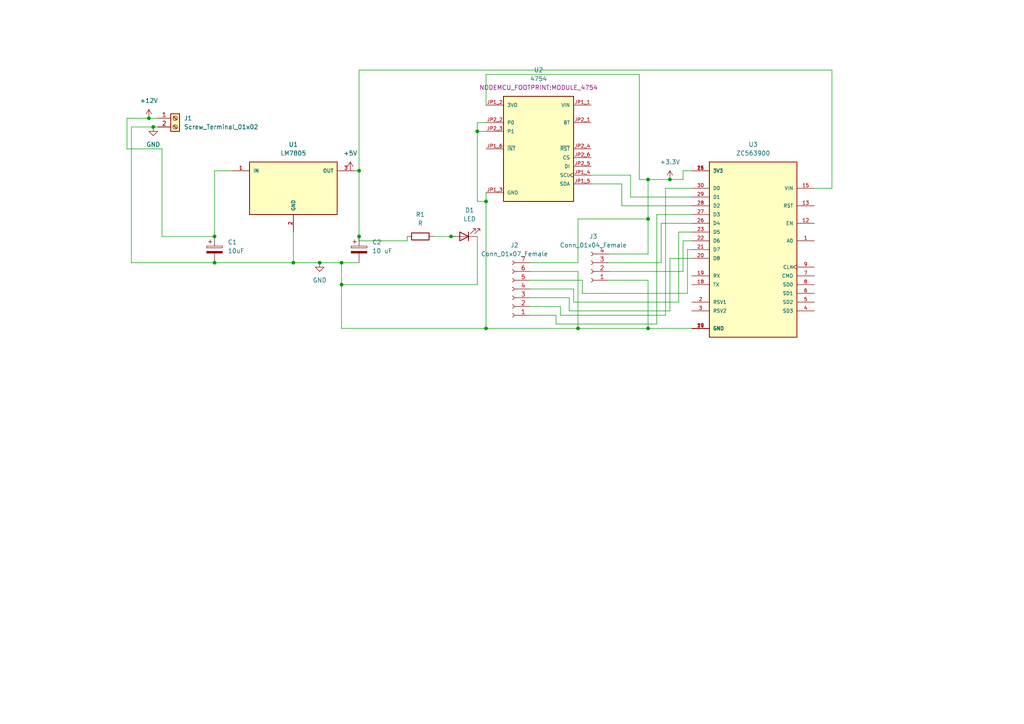
<source format=kicad_sch>
(kicad_sch (version 20211123) (generator eeschema)
  (paper "A4")
  (lib_symbols
    (symbol "4754:4754" (pin_names (offset 1.016))
      (property "Reference" "U" (at -10.16 16.002 0))
      (property "Value" "4754" (at -10.16 -17.78 0))
      (symbol "4754_0_0"
        (rectangle (start -10.16 -15.24) (end 10.16 15.24) (stroke (width 0.254)) (fill (type background)))
        (pin input line (at -15.24 12.7 0) (length 5.08) (name "VIN") (number "JP1_1"))
        (pin output line (at 15.24 12.7 180) (length 5.08) (name "3VO") (number "JP1_2"))
        (pin power_in line (at 15.24 -12.7 180) (length 5.08) (name "GND") (number "JP1_3"))
        (pin bidirectional clock (at -15.24 -7.62 0) (length 5.08) (name "SCL") (number "JP1_4"))
        (pin bidirectional line (at -15.24 -10.16 0) (length 5.08) (name "SDA") (number "JP1_5"))
        (pin output line (at 15.24 0 180) (length 5.08) (name "~{INT}") (number "JP1_6"))
        (pin input line (at -15.24 7.62 0) (length 5.08) (name "BT") (number "JP2_1"))
        (pin bidirectional line (at 15.24 7.62 180) (length 5.08) (name "P0") (number "JP2_2"))
        (pin bidirectional line (at 15.24 5.08 180) (length 5.08) (name "P1") (number "JP2_3"))
        (pin input line (at -15.24 0 0) (length 5.08) (name "~{RST}") (number "JP2_4"))
        (pin input line (at -15.24 -5.08 0) (length 5.08) (name "DI") (number "JP2_5"))
        (pin input line (at -15.24 -2.54 0) (length 5.08) (name "CS") (number "JP2_6"))
      )
    )
    (symbol "Connector:Conn_01x04_Female" (pin_names (offset 1.016) hide)
      (property "Reference" "J" (at 0 5.08 0))
      (property "Value" "Conn_01x04_Female" (at 0 -7.62 0))
      (symbol "Conn_01x04_Female_1_1"
        (arc (start 0 -4.572) (mid -0.508 -5.08) (end 0 -5.588) (stroke (width 0.1524)))
        (arc (start 0 -2.032) (mid -0.508 -2.54) (end 0 -3.048) (stroke (width 0.1524)))
        (polyline (pts (xy -1.27 -5.08) (xy -0.508 -5.08)) (stroke (width 0.1524)))
        (polyline (pts (xy -1.27 -2.54) (xy -0.508 -2.54)) (stroke (width 0.1524)))
        (polyline (pts (xy -1.27 0) (xy -0.508 0)) (stroke (width 0.1524)))
        (polyline (pts (xy -1.27 2.54) (xy -0.508 2.54)) (stroke (width 0.1524)))
        (arc (start 0 0.508) (mid -0.508 0) (end 0 -0.508) (stroke (width 0.1524)))
        (arc (start 0 3.048) (mid -0.508 2.54) (end 0 2.032) (stroke (width 0.1524)))
        (pin passive line (at -5.08 2.54 0) (length 3.81) (name "Pin_1") (number "1"))
        (pin passive line (at -5.08 0 0) (length 3.81) (name "Pin_2") (number "2"))
        (pin passive line (at -5.08 -2.54 0) (length 3.81) (name "Pin_3") (number "3"))
        (pin passive line (at -5.08 -5.08 0) (length 3.81) (name "Pin_4") (number "4"))
      )
    )
    (symbol "Connector:Conn_01x07_Female" (pin_names (offset 1.016) hide)
      (property "Reference" "J" (at 0 10.16 0))
      (property "Value" "Conn_01x07_Female" (at 0 -10.16 0))
      (symbol "Conn_01x07_Female_1_1"
        (arc (start 0 -7.112) (mid -0.508 -7.62) (end 0 -8.128) (stroke (width 0.1524)))
        (arc (start 0 -4.572) (mid -0.508 -5.08) (end 0 -5.588) (stroke (width 0.1524)))
        (arc (start 0 -2.032) (mid -0.508 -2.54) (end 0 -3.048) (stroke (width 0.1524)))
        (polyline (pts (xy -1.27 -7.62) (xy -0.508 -7.62)) (stroke (width 0.1524)))
        (polyline (pts (xy -1.27 -5.08) (xy -0.508 -5.08)) (stroke (width 0.1524)))
        (polyline (pts (xy -1.27 -2.54) (xy -0.508 -2.54)) (stroke (width 0.1524)))
        (polyline (pts (xy -1.27 0) (xy -0.508 0)) (stroke (width 0.1524)))
        (polyline (pts (xy -1.27 2.54) (xy -0.508 2.54)) (stroke (width 0.1524)))
        (polyline (pts (xy -1.27 5.08) (xy -0.508 5.08)) (stroke (width 0.1524)))
        (polyline (pts (xy -1.27 7.62) (xy -0.508 7.62)) (stroke (width 0.1524)))
        (arc (start 0 0.508) (mid -0.508 0) (end 0 -0.508) (stroke (width 0.1524)))
        (arc (start 0 3.048) (mid -0.508 2.54) (end 0 2.032) (stroke (width 0.1524)))
        (arc (start 0 5.588) (mid -0.508 5.08) (end 0 4.572) (stroke (width 0.1524)))
        (arc (start 0 8.128) (mid -0.508 7.62) (end 0 7.112) (stroke (width 0.1524)))
        (pin passive line (at -5.08 7.62 0) (length 3.81) (name "Pin_1") (number "1"))
        (pin passive line (at -5.08 5.08 0) (length 3.81) (name "Pin_2") (number "2"))
        (pin passive line (at -5.08 2.54 0) (length 3.81) (name "Pin_3") (number "3"))
        (pin passive line (at -5.08 0 0) (length 3.81) (name "Pin_4") (number "4"))
        (pin passive line (at -5.08 -2.54 0) (length 3.81) (name "Pin_5") (number "5"))
        (pin passive line (at -5.08 -5.08 0) (length 3.81) (name "Pin_6") (number "6"))
        (pin passive line (at -5.08 -7.62 0) (length 3.81) (name "Pin_7") (number "7"))
      )
    )
    (symbol "Connector:Screw_Terminal_01x02" (pin_names (offset 1.016) hide)
      (property "Reference" "J" (at 0 2.54 0))
      (property "Value" "Screw_Terminal_01x02" (at 0 -5.08 0))
      (symbol "Screw_Terminal_01x02_1_1"
        (rectangle (start -1.27 1.27) (end 1.27 -3.81) (stroke (width 0.254)) (fill (type background)))
        (circle (center 0 -2.54) (radius 0.635) (stroke (width 0.1524)))
        (polyline (pts (xy -0.5334 -2.2098) (xy 0.3302 -3.048)) (stroke (width 0.1524)))
        (polyline (pts (xy -0.5334 0.3302) (xy 0.3302 -0.508)) (stroke (width 0.1524)))
        (polyline (pts (xy -0.3556 -2.032) (xy 0.508 -2.8702)) (stroke (width 0.1524)))
        (polyline (pts (xy -0.3556 0.508) (xy 0.508 -0.3302)) (stroke (width 0.1524)))
        (circle (center 0 0) (radius 0.635) (stroke (width 0.1524)))
        (pin passive line (at -5.08 0 0) (length 3.81) (name "Pin_1") (number "1"))
        (pin passive line (at -5.08 -2.54 0) (length 3.81) (name "Pin_2") (number "2"))
      )
    )
    (symbol "Device:C_Polarized" (pin_numbers hide) (pin_names (offset 0.254))
      (property "Reference" "C" (at 0.635 2.54 0))
      (property "Value" "C_Polarized" (at 0.635 -2.54 0))
      (symbol "C_Polarized_0_1"
        (rectangle (start -2.286 0.508) (end 2.286 1.016))
        (polyline (pts (xy -1.778 2.286) (xy -0.762 2.286)))
        (polyline (pts (xy -1.27 2.794) (xy -1.27 1.778)))
        (rectangle (start 2.286 -0.508) (end -2.286 -1.016) (fill (type outline)))
      )
      (symbol "C_Polarized_1_1"
        (pin passive line (at 0 3.81 270) (length 2.794) (name "~") (number "1"))
        (pin passive line (at 0 -3.81 90) (length 2.794) (name "~") (number "2"))
      )
    )
    (symbol "Device:LED" (pin_numbers hide) (pin_names (offset 1.016) hide)
      (property "Reference" "D" (at 0 2.54 0))
      (property "Value" "LED" (at 0 -2.54 0))
      (symbol "LED_0_1"
        (polyline (pts (xy -1.27 -1.27) (xy -1.27 1.27)) (stroke (width 0.254)))
        (polyline (pts (xy -1.27 0) (xy 1.27 0)))
        (polyline (pts (xy 1.27 -1.27) (xy 1.27 1.27) (xy -1.27 0) (xy 1.27 -1.27)) (stroke (width 0.254)))
        (polyline (pts (xy -3.048 -0.762) (xy -4.572 -2.286) (xy -3.81 -2.286) (xy -4.572 -2.286) (xy -4.572 -1.524)))
        (polyline (pts (xy -1.778 -0.762) (xy -3.302 -2.286) (xy -2.54 -2.286) (xy -3.302 -2.286) (xy -3.302 -1.524)))
      )
      (symbol "LED_1_1"
        (pin passive line (at -3.81 0 0) (length 2.54) (name "K") (number "1"))
        (pin passive line (at 3.81 0 180) (length 2.54) (name "A") (number "2"))
      )
    )
    (symbol "Device:R" (pin_numbers hide) (pin_names (offset 0))
      (property "Reference" "R" (at 2.032 0 90))
      (property "Value" "R" (at 0 0 90))
      (symbol "R_0_1"
        (rectangle (start -1.016 -2.54) (end 1.016 2.54) (stroke (width 0.254)))
      )
      (symbol "R_1_1"
        (pin passive line (at 0 3.81 270) (length 1.27) (name "~") (number "1"))
        (pin passive line (at 0 -3.81 90) (length 1.27) (name "~") (number "2"))
      )
    )
    (symbol "LM7805:LM7805" (pin_names (offset 1.016))
      (property "Reference" "U" (at 5.08 15.2654 0))
      (property "Value" "LM7805" (at 17.78 -7.62 0))
      (symbol "LM7805_0_0"
        (rectangle (start -2.54 -2.54) (end 22.86 12.7) (stroke (width 0.254)) (fill (type background)))
        (pin bidirectional line (at -7.62 10.16 0) (length 5.08) (name "IN") (number "1"))
        (pin bidirectional line (at 10.16 -7.62 90) (length 5.08) (name "GND") (number "2"))
        (pin bidirectional line (at 27.94 10.16 180) (length 5.08) (name "OUT") (number "3"))
      )
    )
    (symbol "ZC563900:ZC563900" (pin_names (offset 1.016))
      (property "Reference" "U" (at -12.7 26.035 0))
      (property "Value" "ZC563900" (at -12.7 -27.94 0))
      (symbol "ZC563900_0_0"
        (rectangle (start -12.7 -25.4) (end 12.7 25.4) (stroke (width 0.254)) (fill (type background)))
        (pin input line (at -17.78 2.54 0) (length 5.08) (name "A0") (number "1"))
        (pin power_in line (at 17.78 -22.86 180) (length 5.08) (name "GND") (number "10"))
        (pin power_in line (at 17.78 22.86 180) (length 5.08) (name "3V3") (number "11"))
        (pin input line (at -17.78 7.62 0) (length 5.08) (name "EN") (number "12"))
        (pin input line (at -17.78 12.7 0) (length 5.08) (name "RST") (number "13"))
        (pin power_in line (at 17.78 -22.86 180) (length 5.08) (name "GND") (number "14"))
        (pin input line (at -17.78 17.78 0) (length 5.08) (name "VIN") (number "15"))
        (pin power_in line (at 17.78 22.86 180) (length 5.08) (name "3V3") (number "16"))
        (pin power_in line (at 17.78 -22.86 180) (length 5.08) (name "GND") (number "17"))
        (pin bidirectional line (at 17.78 -10.16 180) (length 5.08) (name "TX") (number "18"))
        (pin bidirectional line (at 17.78 -7.62 180) (length 5.08) (name "RX") (number "19"))
        (pin passive line (at 17.78 -15.24 180) (length 5.08) (name "RSV1") (number "2"))
        (pin bidirectional line (at 17.78 -2.54 180) (length 5.08) (name "D8") (number "20"))
        (pin bidirectional line (at 17.78 0 180) (length 5.08) (name "D7") (number "21"))
        (pin bidirectional line (at 17.78 2.54 180) (length 5.08) (name "D6") (number "22"))
        (pin bidirectional line (at 17.78 5.08 180) (length 5.08) (name "D5") (number "23"))
        (pin power_in line (at 17.78 -22.86 180) (length 5.08) (name "GND") (number "24"))
        (pin power_in line (at 17.78 22.86 180) (length 5.08) (name "3V3") (number "25"))
        (pin bidirectional line (at 17.78 7.62 180) (length 5.08) (name "D4") (number "26"))
        (pin bidirectional line (at 17.78 10.16 180) (length 5.08) (name "D3") (number "27"))
        (pin bidirectional line (at 17.78 12.7 180) (length 5.08) (name "D2") (number "28"))
        (pin bidirectional line (at 17.78 15.24 180) (length 5.08) (name "D1") (number "29"))
        (pin passive line (at 17.78 -17.78 180) (length 5.08) (name "RSV2") (number "3"))
        (pin bidirectional line (at 17.78 17.78 180) (length 5.08) (name "D0") (number "30"))
        (pin bidirectional line (at -17.78 -17.78 0) (length 5.08) (name "SD3") (number "4"))
        (pin bidirectional line (at -17.78 -15.24 0) (length 5.08) (name "SD2") (number "5"))
        (pin bidirectional line (at -17.78 -12.7 0) (length 5.08) (name "SD1") (number "6"))
        (pin input line (at -17.78 -7.62 0) (length 5.08) (name "CMD") (number "7"))
        (pin bidirectional line (at -17.78 -10.16 0) (length 5.08) (name "SD0") (number "8"))
        (pin input clock (at -17.78 -5.08 0) (length 5.08) (name "CLK") (number "9"))
      )
    )
    (symbol "power:+12V" (power) (pin_names (offset 0))
      (property "Value" "+12V" (at 0 3.556 0))
      (symbol "+12V_0_1"
        (polyline (pts (xy -0.762 1.27) (xy 0 2.54)))
        (polyline (pts (xy 0 0) (xy 0 2.54)))
        (polyline (pts (xy 0 2.54) (xy 0.762 1.27)))
      )
      (symbol "+12V_1_1"
        (pin power_in line (at 0 0 90) (length 0) hide (name "+12V") (number "1"))
      )
    )
    (symbol "power:+3.3V" (power) (pin_names (offset 0))
      (property "Value" "+3.3V" (at 0 3.556 0))
      (symbol "+3.3V_0_1"
        (polyline (pts (xy -0.762 1.27) (xy 0 2.54)))
        (polyline (pts (xy 0 0) (xy 0 2.54)))
        (polyline (pts (xy 0 2.54) (xy 0.762 1.27)))
      )
      (symbol "+3.3V_1_1"
        (pin power_in line (at 0 0 90) (length 0) hide (name "+3.3V") (number "1"))
      )
    )
    (symbol "power:+5V" (power) (pin_names (offset 0))
      (property "Value" "+5V" (at 0 3.556 0))
      (symbol "+5V_0_1"
        (polyline (pts (xy -0.762 1.27) (xy 0 2.54)))
        (polyline (pts (xy 0 0) (xy 0 2.54)))
        (polyline (pts (xy 0 2.54) (xy 0.762 1.27)))
      )
      (symbol "+5V_1_1"
        (pin power_in line (at 0 0 90) (length 0) hide (name "+5V") (number "1"))
      )
    )
    (symbol "power:GND" (power) (pin_names (offset 0))
      (property "Value" "GND" (at 0 -3.81 0))
      (symbol "GND_0_1"
        (polyline (pts (xy 0 0) (xy 0 -1.27) (xy 1.27 -1.27) (xy 0 -2.54) (xy -1.27 -1.27) (xy 0 -1.27)))
      )
      (symbol "GND_1_1"
        (pin power_in line (at 0 0 270) (length 0) hide (name "GND") (number "1"))
      )
    )
  )
  (junction (at 62.23 76.2))
  (junction (at 44.45 36.83))
  (junction (at 187.96 52.07))
  (junction (at 85.09 76.2))
  (junction (at 99.06 76.2))
  (junction (at 104.14 49.53))
  (junction (at 187.96 63.5))
  (junction (at 187.96 95.25))
  (junction (at 138.43 38.1))
  (junction (at 92.71 76.2))
  (junction (at 194.31 52.07))
  (junction (at 62.23 68.58))
  (junction (at 140.97 95.25))
  (junction (at 99.06 82.55))
  (junction (at 167.64 95.25))
  (junction (at 140.97 58.42))
  (junction (at 43.18 34.29))
  (junction (at 104.14 68.58))
  (junction (at 130.81 68.58))
  (wire (pts (xy 153.67 91.44) (xy 161.29 91.44)))
  (wire (pts (xy 241.3 54.61) (xy 236.22 54.61)))
  (wire (pts (xy 99.06 95.25) (xy 140.97 95.25)))
  (wire (pts (xy 200.66 64.77) (xy 191.77 64.77)))
  (wire (pts (xy 99.06 82.55) (xy 99.06 76.2)))
  (wire (pts (xy 104.14 69.85) (xy 118.11 69.85)))
  (wire (pts (xy 99.06 95.25) (xy 99.06 82.55)))
  (wire (pts (xy 193.04 54.61) (xy 200.66 54.61)))
  (wire (pts (xy 138.43 82.55) (xy 99.06 82.55)))
  (wire (pts (xy 138.43 38.1) (xy 138.43 58.42)))
  (wire (pts (xy 99.06 76.2) (xy 104.14 76.2)))
  (wire (pts (xy 153.67 83.82) (xy 166.37 83.82)))
  (wire (pts (xy 43.18 34.29) (xy 36.83 34.29)))
  (wire (pts (xy 198.12 52.07) (xy 198.12 49.53)))
  (wire (pts (xy 162.56 88.9) (xy 162.56 91.44)))
  (wire (pts (xy 198.12 69.85) (xy 200.66 69.85)))
  (wire (pts (xy 167.64 95.25) (xy 187.96 95.25)))
  (wire (pts (xy 104.14 20.32) (xy 241.3 20.32)))
  (wire (pts (xy 104.14 49.53) (xy 104.14 68.58)))
  (wire (pts (xy 140.97 30.48) (xy 140.97 21.59)))
  (wire (pts (xy 190.5 93.98) (xy 190.5 62.23)))
  (wire (pts (xy 198.12 78.74) (xy 198.12 69.85)))
  (wire (pts (xy 165.1 86.36) (xy 165.1 90.17)))
  (wire (pts (xy 176.53 81.28) (xy 187.96 81.28)))
  (wire (pts (xy 185.42 21.59) (xy 185.42 52.07)))
  (wire (pts (xy 187.96 73.66) (xy 187.96 63.5)))
  (wire (pts (xy 191.77 76.2) (xy 176.53 76.2)))
  (wire (pts (xy 38.1 36.83) (xy 38.1 76.2)))
  (wire (pts (xy 92.71 76.2) (xy 99.06 76.2)))
  (wire (pts (xy 153.67 81.28) (xy 168.91 81.28)))
  (wire (pts (xy 153.67 78.74) (xy 167.64 78.74)))
  (wire (pts (xy 193.04 91.44) (xy 193.04 54.61)))
  (wire (pts (xy 241.3 20.32) (xy 241.3 54.61)))
  (wire (pts (xy 62.23 49.53) (xy 62.23 68.58)))
  (wire (pts (xy 167.64 76.2) (xy 167.64 63.5)))
  (wire (pts (xy 166.37 83.82) (xy 166.37 87.63)))
  (wire (pts (xy 187.96 52.07) (xy 194.31 52.07)))
  (wire (pts (xy 182.88 57.15) (xy 200.66 57.15)))
  (wire (pts (xy 166.37 87.63) (xy 196.85 87.63)))
  (wire (pts (xy 138.43 35.56) (xy 138.43 38.1)))
  (wire (pts (xy 130.81 68.58) (xy 132.08 68.58)))
  (wire (pts (xy 153.67 76.2) (xy 167.64 76.2)))
  (wire (pts (xy 118.11 69.85) (xy 118.11 68.58)))
  (wire (pts (xy 153.67 86.36) (xy 165.1 86.36)))
  (wire (pts (xy 171.45 50.8) (xy 182.88 50.8)))
  (wire (pts (xy 176.53 78.74) (xy 198.12 78.74)))
  (wire (pts (xy 104.14 20.32) (xy 104.14 49.53)))
  (wire (pts (xy 199.39 85.09) (xy 199.39 72.39)))
  (wire (pts (xy 194.31 74.93) (xy 200.66 74.93)))
  (wire (pts (xy 162.56 91.44) (xy 193.04 91.44)))
  (wire (pts (xy 140.97 21.59) (xy 185.42 21.59)))
  (wire (pts (xy 168.91 81.28) (xy 168.91 85.09)))
  (wire (pts (xy 46.99 43.18) (xy 46.99 68.58)))
  (wire (pts (xy 165.1 90.17) (xy 194.31 90.17)))
  (wire (pts (xy 200.66 59.69) (xy 180.34 59.69)))
  (wire (pts (xy 102.87 49.53) (xy 104.14 49.53)))
  (wire (pts (xy 168.91 85.09) (xy 199.39 85.09)))
  (wire (pts (xy 187.96 95.25) (xy 200.66 95.25)))
  (wire (pts (xy 167.64 63.5) (xy 187.96 63.5)))
  (wire (pts (xy 138.43 58.42) (xy 140.97 58.42)))
  (wire (pts (xy 196.85 87.63) (xy 196.85 67.31)))
  (wire (pts (xy 125.73 68.58) (xy 130.81 68.58)))
  (wire (pts (xy 140.97 58.42) (xy 140.97 95.25)))
  (wire (pts (xy 62.23 76.2) (xy 85.09 76.2)))
  (wire (pts (xy 46.99 68.58) (xy 62.23 68.58)))
  (wire (pts (xy 104.14 68.58) (xy 104.14 69.85)))
  (wire (pts (xy 187.96 63.5) (xy 187.96 52.07)))
  (wire (pts (xy 44.45 36.83) (xy 38.1 36.83)))
  (wire (pts (xy 45.72 34.29) (xy 43.18 34.29)))
  (wire (pts (xy 36.83 34.29) (xy 36.83 43.18)))
  (wire (pts (xy 185.42 52.07) (xy 187.96 52.07)))
  (wire (pts (xy 182.88 50.8) (xy 182.88 57.15)))
  (wire (pts (xy 85.09 76.2) (xy 92.71 76.2)))
  (wire (pts (xy 161.29 93.98) (xy 190.5 93.98)))
  (wire (pts (xy 180.34 53.34) (xy 171.45 53.34)))
  (wire (pts (xy 140.97 55.88) (xy 140.97 58.42)))
  (wire (pts (xy 194.31 52.07) (xy 198.12 52.07)))
  (wire (pts (xy 161.29 91.44) (xy 161.29 93.98)))
  (wire (pts (xy 85.09 67.31) (xy 85.09 76.2)))
  (wire (pts (xy 167.64 78.74) (xy 167.64 95.25)))
  (wire (pts (xy 191.77 64.77) (xy 191.77 76.2)))
  (wire (pts (xy 140.97 38.1) (xy 138.43 38.1)))
  (wire (pts (xy 199.39 72.39) (xy 200.66 72.39)))
  (wire (pts (xy 38.1 76.2) (xy 62.23 76.2)))
  (wire (pts (xy 36.83 43.18) (xy 46.99 43.18)))
  (wire (pts (xy 176.53 73.66) (xy 187.96 73.66)))
  (wire (pts (xy 180.34 59.69) (xy 180.34 53.34)))
  (wire (pts (xy 198.12 49.53) (xy 200.66 49.53)))
  (wire (pts (xy 67.31 49.53) (xy 62.23 49.53)))
  (wire (pts (xy 190.5 62.23) (xy 200.66 62.23)))
  (wire (pts (xy 153.67 88.9) (xy 162.56 88.9)))
  (wire (pts (xy 140.97 35.56) (xy 138.43 35.56)))
  (wire (pts (xy 187.96 81.28) (xy 187.96 95.25)))
  (wire (pts (xy 138.43 68.58) (xy 138.43 82.55)))
  (wire (pts (xy 196.85 67.31) (xy 200.66 67.31)))
  (wire (pts (xy 45.72 36.83) (xy 44.45 36.83)))
  (wire (pts (xy 140.97 95.25) (xy 167.64 95.25)))
  (wire (pts (xy 194.31 90.17) (xy 194.31 74.93)))
  (symbol (lib_id "Device:R") (at 121.92 68.58 90) (unit 1)
    (property "Reference" "R1" (at 121.92 62.23 90))
    (property "Value" "R" (at 121.92 64.77 90))
    (property "Footprint" "Resistor_THT:R_Axial_DIN0309_L9.0mm_D3.2mm_P12.70mm_Horizontal" (effects hide))
  )
  (symbol (lib_id "Device:LED") (at 134.62 68.58 180) (unit 1)
    (property "Reference" "D1" (at 136.2075 60.96 0))
    (property "Value" "LED" (at 136.2075 63.5 0))
    (property "Footprint" "LED_THT:LED_D3.0mm_Horizontal_O3.81mm_Z10.0mm" (effects hide))
  )
  (symbol (lib_id "Connector:Conn_01x07_Female") (at 148.59 83.82 180) (unit 1)
    (property "Reference" "J2" (at 149.225 71.12 0))
    (property "Value" "Conn_01x07_Female" (at 149.225 73.66 0))
    (property "Footprint" "Connector_JST:JST_EH_B7B-EH-A_1x07_P2.50mm_Vertical" (effects hide))
  )
  (symbol (lib_id "power:+12V") (at 43.18 34.29 0) (unit 1)
    (property "Reference" "#PWR01" (effects hide))
    (property "Value" "+12V" (at 43.18 29.21 0))
  )
  (symbol (lib_id "power:+3.3V") (at 194.31 52.07 0) (unit 1)
    (property "Reference" "#PWR05" (effects hide))
    (property "Value" "+3.3V" (at 194.31 46.99 0))
  )
  (symbol (lib_id "Connector:Conn_01x04_Female") (at 171.45 78.74 180) (unit 1)
    (property "Reference" "J3" (at 172.085 68.58 0))
    (property "Value" "Conn_01x04_Female" (at 172.085 71.12 0))
    (property "Footprint" "Connector_PinHeader_2.54mm:PinHeader_1x04_P2.54mm_Vertical" (effects hide))
  )
  (symbol (lib_id "Device:C_Polarized") (at 62.23 72.39 0) (unit 1)
    (property "Reference" "C1" (at 66.04 70.2309 0) (effects (justify left)))
    (property "Value" "10uF" (at 66.04 72.7709 0) (effects (justify left)))
    (property "Footprint" "Capacitor_THT:CP_Radial_D10.0mm_P7.50mm" (effects hide))
  )
  (symbol (lib_id "power:+5V") (at 101.6 49.53 0) (unit 1)
    (property "Reference" "#PWR04" (effects hide))
    (property "Value" "+5V" (at 101.6 44.45 0))
  )
  (symbol (lib_id "power:GND") (at 44.45 36.83 0) (unit 1)
    (property "Reference" "#PWR02" (effects hide))
    (property "Value" "GND" (at 44.45 41.91 0))
  )
  (symbol (lib_id "LM7805:LM7805") (at 74.93 59.69 0) (unit 1)
    (property "Reference" "U1" (at 85.09 41.91 0))
    (property "Value" "LM7805" (at 85.09 44.45 0))
    (property "Footprint" "LM7805:TO220" (effects hide))
  )
  (symbol (lib_id "ZC563900:ZC563900") (at 218.44 72.39 0) (mirror y) (unit 1)
    (property "Reference" "U3" (at 218.44 41.91 0))
    (property "Value" "ZC563900" (at 218.44 44.45 0))
    (property "Footprint" "ZC563900:MODULE_ZC563900" (effects hide))
    (property "MAXIMUM_PACKAGE_HEIGHT" "N/A" (effects hide))
    (property "PARTREV" "1.0" (effects hide))
    (property "MANUFACTURER" "YKS" (effects hide))
    (property "STANDARD" "Manufacturer Recommendations" (effects hide))
  )
  (symbol (lib_id "power:GND") (at 92.71 76.2 0) (unit 1)
    (property "Reference" "#PWR03" (effects hide))
    (property "Value" "GND" (at 92.71 81.28 0))
  )
  (symbol (lib_id "Device:C_Polarized") (at 104.14 72.39 0) (unit 1)
    (property "Reference" "C2" (at 107.95 70.2309 0) (effects (justify left)))
    (property "Value" "10 uF" (at 107.95 72.7709 0) (effects (justify left)))
    (property "Footprint" "Capacitor_THT:CP_Radial_D10.0mm_P7.50mm" (effects hide))
  )
  (symbol (lib_id "Connector:Screw_Terminal_01x02") (at 50.8 34.29 0) (unit 1)
    (property "Reference" "J1" (at 53.34 34.2899 0) (effects (justify left)))
    (property "Value" "Screw_Terminal_01x02" (at 53.34 36.8299 0) (effects (justify left)))
    (property "Footprint" "TerminalBlock:TerminalBlock_bornier-2_P5.08mm" (effects hide))
  )
  (symbol (lib_id "4754:4754") (at 156.21 43.18 0) (mirror y) (unit 1)
    (property "Reference" "U2" (at 156.21 20.32 0))
    (property "Value" "4754" (at 156.21 22.86 0))
    (property "Footprint" "NODEMCU_FOOTPRINT:MODULE_4754" (at 156.21 25.4 0))
    (property "MF" "Adafruit" (effects hide))
    (property "MAXIMUM_PACKAGE_HEIGHT" "4.6mm" (effects hide))
    (property "Package" "None" (effects hide))
    (property "Price" "None" (effects hide))
    (property "Check_prices" "https://www.snapeda.com/parts/4754/Adafruit+Industries/view-part/?ref=eda" (effects hide))
    (property "STANDARD" "Manufacturer Recommendations" (effects hide))
    (property "PARTREV" "2021-03-16" (effects hide))
    (property "SnapEDA_Link" "https://www.snapeda.com/parts/4754/Adafruit+Industries/view-part/?ref=snap" (effects hide))
    (property "MP" "4754" (effects hide))
    (property "Purchase-URL" "https://www.snapeda.com/api/url_track_click_mouser/?unipart_id=6342982&manufacturer=Adafruit&part_name=4754&search_term=None" (effects hide))
    (property "Description" "\nAdafruit 9-DOF Orientation IMU Fusion Breakout - BNO085 (BNO080) - STEMMA QT / Qwiic\n" (effects hide))
    (property "MANUFACTURER" "Adafruit" (effects hide))
    (property "Availability" "In Stock" (effects hide))
    (property "SNAPEDA_PN" "4754" (effects hide))
  )
)
</source>
